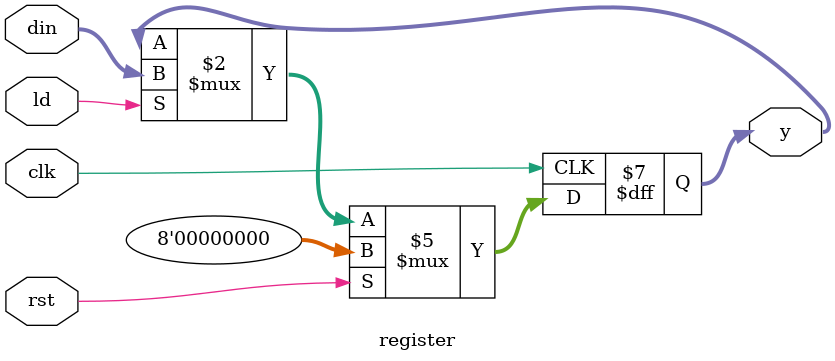
<source format=v>
module register(clk,rst,din,ld,y);
	input clk,rst,ld;
	input [7:0] din;
	output reg [7:0] y;
	always @(posedge clk)
		begin
			if(rst)
				y <= 8'b0;
			else if(ld)
				y <= din;
		end
endmodule

</source>
